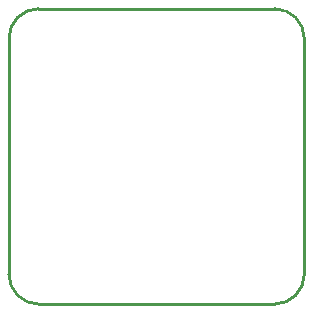
<source format=gko>
G04 Layer_Color=16711935*
%FSLAX44Y44*%
%MOMM*%
G71*
G01*
G75*
%ADD24C,0.2540*%
D24*
X25000Y250000D02*
G03*
X0Y225000I0J-25000D01*
G01*
Y25000D02*
G03*
X25000Y0I25000J0D01*
G01*
X225000D02*
G03*
X250000Y25000I-0J25000D01*
G01*
Y225000D02*
G03*
X225000Y250000I-25000J-0D01*
G01*
X0Y25000D02*
Y225000D01*
X25000Y0D02*
X225000D01*
X250000Y25000D02*
Y225000D01*
X25000Y250000D02*
X225000D01*
M02*

</source>
